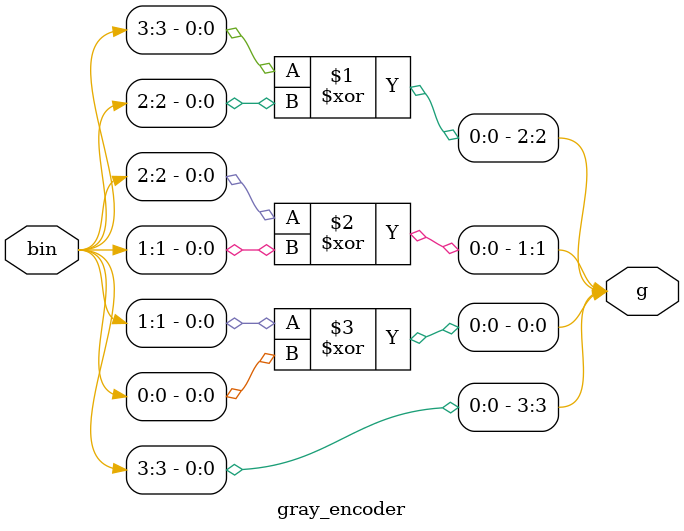
<source format=v>

module gray_encoder (
  input  [3:0] bin,
  output [3:0] g
);
  assign g[3] = bin[3];                  
  assign g[2] = bin[3] ^ bin[2];
  assign g[1] = bin[2] ^ bin[1];
  assign g[0] = bin[1] ^ bin[0];
endmodule
</source>
